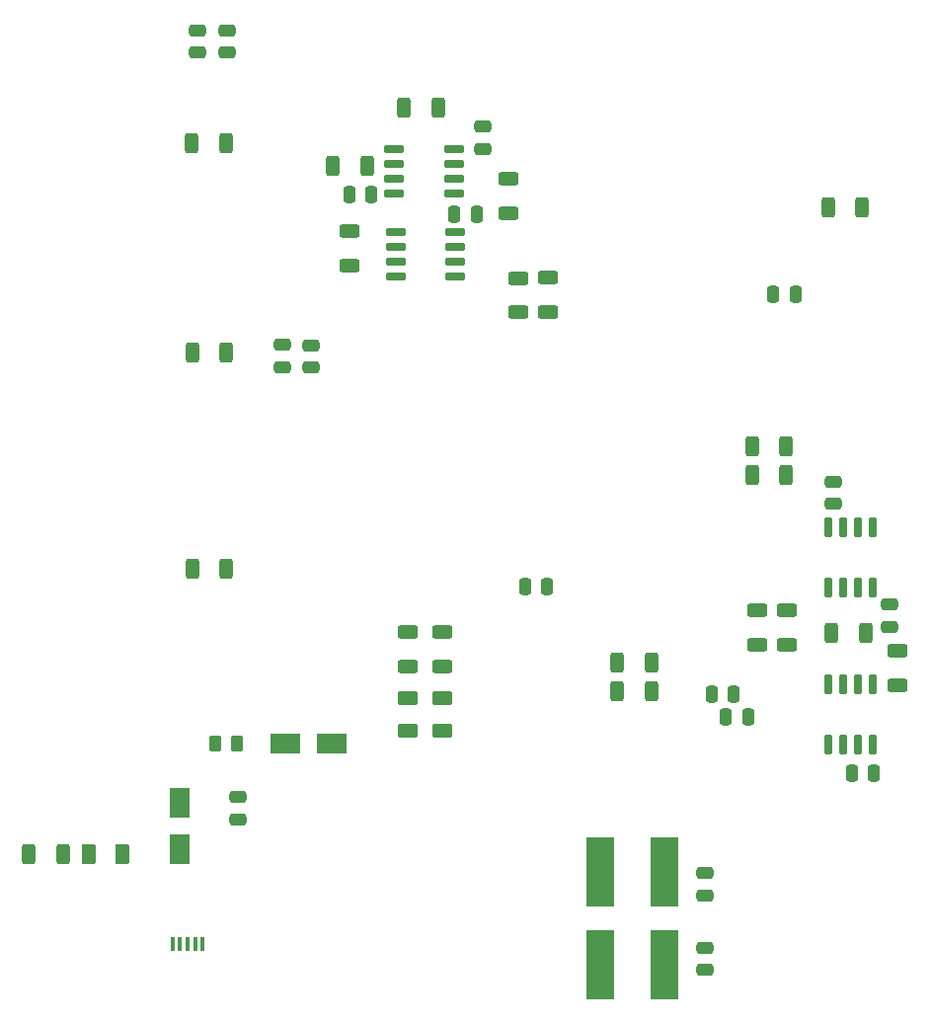
<source format=gbr>
%TF.GenerationSoftware,KiCad,Pcbnew,(6.0.0)*%
%TF.CreationDate,2022-01-15T22:09:40-05:00*%
%TF.ProjectId,Impedance_Analyzer_V2,496d7065-6461-46e6-9365-5f416e616c79,rev?*%
%TF.SameCoordinates,Original*%
%TF.FileFunction,Paste,Top*%
%TF.FilePolarity,Positive*%
%FSLAX46Y46*%
G04 Gerber Fmt 4.6, Leading zero omitted, Abs format (unit mm)*
G04 Created by KiCad (PCBNEW (6.0.0)) date 2022-01-15 22:09:40*
%MOMM*%
%LPD*%
G01*
G04 APERTURE LIST*
G04 Aperture macros list*
%AMRoundRect*
0 Rectangle with rounded corners*
0 $1 Rounding radius*
0 $2 $3 $4 $5 $6 $7 $8 $9 X,Y pos of 4 corners*
0 Add a 4 corners polygon primitive as box body*
4,1,4,$2,$3,$4,$5,$6,$7,$8,$9,$2,$3,0*
0 Add four circle primitives for the rounded corners*
1,1,$1+$1,$2,$3*
1,1,$1+$1,$4,$5*
1,1,$1+$1,$6,$7*
1,1,$1+$1,$8,$9*
0 Add four rect primitives between the rounded corners*
20,1,$1+$1,$2,$3,$4,$5,0*
20,1,$1+$1,$4,$5,$6,$7,0*
20,1,$1+$1,$6,$7,$8,$9,0*
20,1,$1+$1,$8,$9,$2,$3,0*%
G04 Aperture macros list end*
%ADD10RoundRect,0.250000X-0.250000X-0.475000X0.250000X-0.475000X0.250000X0.475000X-0.250000X0.475000X0*%
%ADD11RoundRect,0.249998X0.312502X0.625002X-0.312502X0.625002X-0.312502X-0.625002X0.312502X-0.625002X0*%
%ADD12RoundRect,0.249998X-0.312502X-0.625002X0.312502X-0.625002X0.312502X0.625002X-0.312502X0.625002X0*%
%ADD13RoundRect,0.250000X-0.475000X0.250000X-0.475000X-0.250000X0.475000X-0.250000X0.475000X0.250000X0*%
%ADD14R,2.500000X1.800000*%
%ADD15R,1.800000X2.500000*%
%ADD16RoundRect,0.249998X0.262502X0.450002X-0.262502X0.450002X-0.262502X-0.450002X0.262502X-0.450002X0*%
%ADD17R,0.450000X1.300000*%
%ADD18RoundRect,0.250000X-0.375000X-0.625000X0.375000X-0.625000X0.375000X0.625000X-0.375000X0.625000X0*%
%ADD19RoundRect,0.249998X-0.625002X0.312502X-0.625002X-0.312502X0.625002X-0.312502X0.625002X0.312502X0*%
%ADD20RoundRect,0.249998X0.625002X-0.312502X0.625002X0.312502X-0.625002X0.312502X-0.625002X-0.312502X0*%
%ADD21RoundRect,0.150000X-0.725000X-0.150000X0.725000X-0.150000X0.725000X0.150000X-0.725000X0.150000X0*%
%ADD22RoundRect,0.250000X0.250000X0.475000X-0.250000X0.475000X-0.250000X-0.475000X0.250000X-0.475000X0*%
%ADD23RoundRect,0.250000X0.625000X-0.375000X0.625000X0.375000X-0.625000X0.375000X-0.625000X-0.375000X0*%
%ADD24RoundRect,0.250000X-0.625000X0.375000X-0.625000X-0.375000X0.625000X-0.375000X0.625000X0.375000X0*%
%ADD25RoundRect,0.250000X0.475000X-0.250000X0.475000X0.250000X-0.475000X0.250000X-0.475000X-0.250000X0*%
%ADD26RoundRect,0.150000X0.150000X-0.725000X0.150000X0.725000X-0.150000X0.725000X-0.150000X-0.725000X0*%
%ADD27RoundRect,0.249999X-0.312501X-0.625001X0.312501X-0.625001X0.312501X0.625001X-0.312501X0.625001X0*%
%ADD28RoundRect,0.249999X-0.625001X0.312501X-0.625001X-0.312501X0.625001X-0.312501X0.625001X0.312501X0*%
%ADD29RoundRect,0.150000X-0.150000X0.725000X-0.150000X-0.725000X0.150000X-0.725000X0.150000X0.725000X0*%
%ADD30R,2.450000X5.900000*%
%ADD31RoundRect,0.250000X0.312500X0.625000X-0.312500X0.625000X-0.312500X-0.625000X0.312500X-0.625000X0*%
%ADD32RoundRect,0.250000X0.625000X-0.312500X0.625000X0.312500X-0.625000X0.312500X-0.625000X-0.312500X0*%
%ADD33RoundRect,0.250000X-0.625000X0.312500X-0.625000X-0.312500X0.625000X-0.312500X0.625000X0.312500X0*%
%ADD34RoundRect,0.250000X-0.312500X-0.625000X0.312500X-0.625000X0.312500X0.625000X-0.312500X0.625000X0*%
G04 APERTURE END LIST*
D10*
%TO.C,C27*%
X131050000Y-115250000D03*
X132950000Y-115250000D03*
%TD*%
%TO.C,C26*%
X132300000Y-117250000D03*
X134200000Y-117250000D03*
%TD*%
D11*
%TO.C,R5*%
X89462500Y-104500000D03*
X86537500Y-104500000D03*
%TD*%
%TO.C,R6*%
X89462500Y-86000000D03*
X86537500Y-86000000D03*
%TD*%
D12*
%TO.C,R7*%
X122987500Y-115050000D03*
X125912500Y-115050000D03*
%TD*%
D11*
%TO.C,R8*%
X137462500Y-96500000D03*
X134537500Y-96500000D03*
%TD*%
D13*
%TO.C,C5*%
X90450000Y-124100000D03*
X90450000Y-126000000D03*
%TD*%
D14*
%TO.C,D1*%
X98500000Y-119500000D03*
X94500000Y-119500000D03*
%TD*%
D15*
%TO.C,D2*%
X85450000Y-124550000D03*
X85450000Y-128550000D03*
%TD*%
D16*
%TO.C,FB1*%
X90325000Y-119500000D03*
X88500000Y-119500000D03*
%TD*%
D17*
%TO.C,J9*%
X84825000Y-136650000D03*
X85475000Y-136650000D03*
X86125000Y-136650000D03*
X86775000Y-136650000D03*
X87425000Y-136650000D03*
%TD*%
D18*
%TO.C,D3*%
X77700000Y-129000000D03*
X80500000Y-129000000D03*
%TD*%
D11*
%TO.C,R13*%
X75425000Y-129000000D03*
X72500000Y-129000000D03*
%TD*%
D19*
%TO.C,R3*%
X114500000Y-79575000D03*
X114500000Y-82500000D03*
%TD*%
D20*
%TO.C,R2*%
X117000000Y-82462500D03*
X117000000Y-79537500D03*
%TD*%
D13*
%TO.C,C1*%
X96750000Y-85350000D03*
X96750000Y-87250000D03*
%TD*%
D20*
%TO.C,R1*%
X100000000Y-78500000D03*
X100000000Y-75575000D03*
%TD*%
D21*
%TO.C,U1*%
X103950000Y-75660000D03*
X103950000Y-76930000D03*
X103950000Y-78200000D03*
X103950000Y-79470000D03*
X109100000Y-79470000D03*
X109100000Y-78200000D03*
X109100000Y-76930000D03*
X109100000Y-75660000D03*
%TD*%
D22*
%TO.C,C14*%
X101900000Y-72400000D03*
X100000000Y-72400000D03*
%TD*%
%TO.C,C17*%
X116950000Y-106000000D03*
X115050000Y-106000000D03*
%TD*%
D10*
%TO.C,C19*%
X109000000Y-74100000D03*
X110900000Y-74100000D03*
%TD*%
D23*
%TO.C,D4*%
X108000000Y-118400000D03*
X108000000Y-115600000D03*
%TD*%
D24*
%TO.C,D5*%
X105000000Y-115600000D03*
X105000000Y-118400000D03*
%TD*%
D20*
%TO.C,R19*%
X108000000Y-112852500D03*
X108000000Y-109927500D03*
%TD*%
%TO.C,R20*%
X105000000Y-112852500D03*
X105000000Y-109927500D03*
%TD*%
D25*
%TO.C,C22*%
X141500000Y-98950000D03*
X141500000Y-97050000D03*
%TD*%
D22*
%TO.C,C23*%
X138250000Y-81000000D03*
X136350000Y-81000000D03*
%TD*%
D25*
%TO.C,C24*%
X111400000Y-68500000D03*
X111400000Y-66600000D03*
%TD*%
D11*
%TO.C,R9*%
X143962500Y-73500000D03*
X141037500Y-73500000D03*
%TD*%
D21*
%TO.C,BUF1*%
X103825000Y-68495000D03*
X103825000Y-69765000D03*
X103825000Y-71035000D03*
X103825000Y-72305000D03*
X108975000Y-72305000D03*
X108975000Y-71035000D03*
X108975000Y-69765000D03*
X108975000Y-68495000D03*
%TD*%
D26*
%TO.C,BUF2*%
X141095000Y-106125000D03*
X142365000Y-106125000D03*
X143635000Y-106125000D03*
X144905000Y-106125000D03*
X144905000Y-100975000D03*
X143635000Y-100975000D03*
X142365000Y-100975000D03*
X141095000Y-100975000D03*
%TD*%
D27*
%TO.C,R4*%
X104675000Y-65000000D03*
X107600000Y-65000000D03*
%TD*%
D28*
%TO.C,R10*%
X113600000Y-71075000D03*
X113600000Y-74000000D03*
%TD*%
%TO.C,R18*%
X135000000Y-108075000D03*
X135000000Y-111000000D03*
%TD*%
D27*
%TO.C,R21*%
X141365000Y-109975000D03*
X144290000Y-109975000D03*
%TD*%
D29*
%TO.C,U2*%
X144905000Y-114425000D03*
X143635000Y-114425000D03*
X142365000Y-114425000D03*
X141095000Y-114425000D03*
X141095000Y-119575000D03*
X142365000Y-119575000D03*
X143635000Y-119575000D03*
X144905000Y-119575000D03*
%TD*%
D22*
%TO.C,C3*%
X145000000Y-122000000D03*
X143100000Y-122000000D03*
%TD*%
D25*
%TO.C,C10*%
X130500000Y-138900000D03*
X130500000Y-137000000D03*
%TD*%
D30*
%TO.C,L2*%
X127050000Y-130500000D03*
X121500000Y-130500000D03*
%TD*%
D13*
%TO.C,C8*%
X130500000Y-130600000D03*
X130500000Y-132500000D03*
%TD*%
D30*
%TO.C,L1*%
X127050000Y-138500000D03*
X121500000Y-138500000D03*
%TD*%
D13*
%TO.C,C18*%
X146365000Y-107575000D03*
X146365000Y-109475000D03*
%TD*%
D31*
%TO.C,R22*%
X89425000Y-68000000D03*
X86500000Y-68000000D03*
%TD*%
D25*
%TO.C,C16*%
X89500000Y-60250000D03*
X89500000Y-58350000D03*
%TD*%
D32*
%TO.C,R17*%
X147000000Y-114500000D03*
X147000000Y-111575000D03*
%TD*%
D25*
%TO.C,C15*%
X87000000Y-60250000D03*
X87000000Y-58350000D03*
%TD*%
D13*
%TO.C,C25*%
X94250000Y-85300000D03*
X94250000Y-87200000D03*
%TD*%
D33*
%TO.C,R14*%
X137500000Y-108075000D03*
X137500000Y-111000000D03*
%TD*%
D34*
%TO.C,R15*%
X98575000Y-70000000D03*
X101500000Y-70000000D03*
%TD*%
D31*
%TO.C,R11*%
X125912500Y-112550000D03*
X122987500Y-112550000D03*
%TD*%
%TO.C,R12*%
X137462500Y-94000000D03*
X134537500Y-94000000D03*
%TD*%
M02*

</source>
